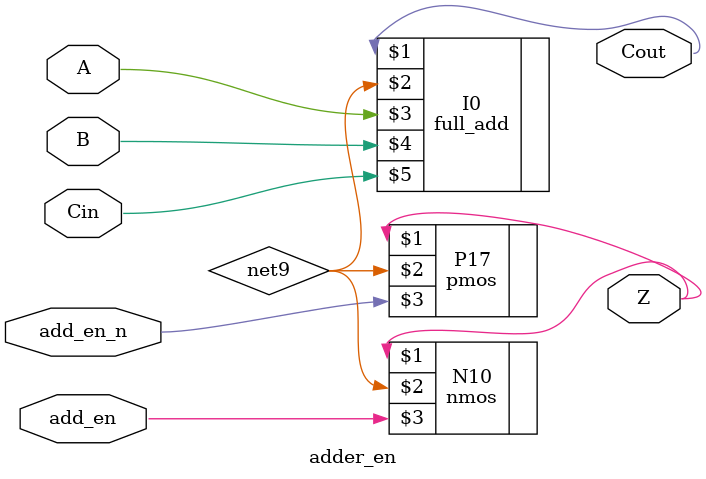
<source format=v>
`timescale 1ns / 1ns 

module adder_en ( Cout, Z, A, B, Cin, add_en, add_en_n );
output  Cout, Z;

input  A, B, Cin, add_en, add_en_n;


specify 
    specparam CDS_LIBNAME  = "ece555_final";
    specparam CDS_CELLNAME = "adder_en";
    specparam CDS_VIEWNAME = "schematic";
endspecify

full_add I0 ( Cout, net9, A, B, Cin);
nmos N10 ( Z, net9, add_en);
pmos P17 ( Z, net9, add_en_n);

endmodule

</source>
